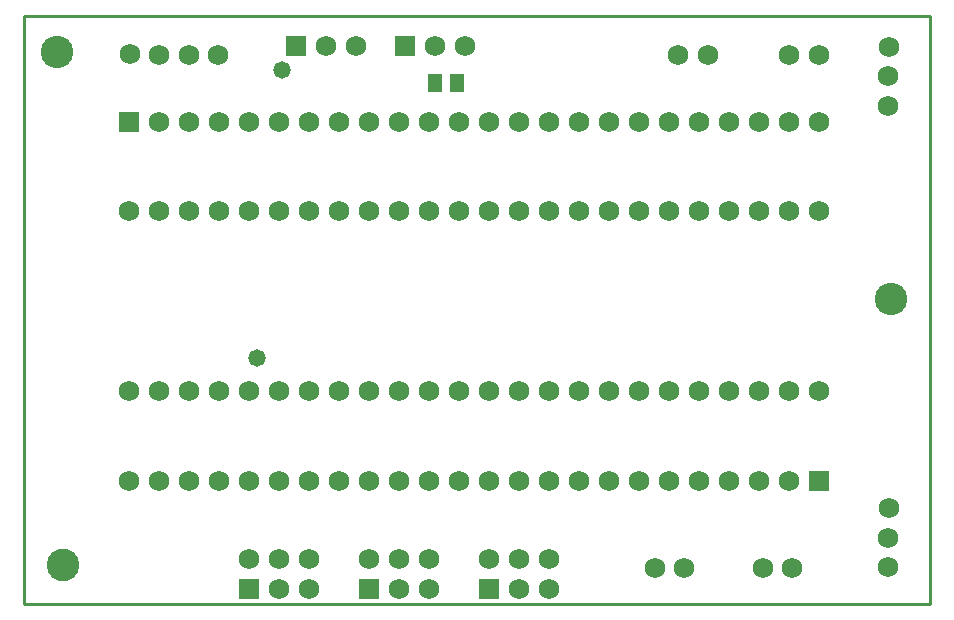
<source format=gts>
G04*
G04 #@! TF.GenerationSoftware,Altium Limited,Altium Designer,19.1.8 (144)*
G04*
G04 Layer_Color=8388736*
%FSLAX25Y25*%
%MOIN*%
G70*
G01*
G75*
%ADD11C,0.01000*%
%ADD13R,0.04934X0.06312*%
%ADD14C,0.06800*%
%ADD15R,0.06800X0.06800*%
%ADD16C,0.10800*%
%ADD17O,0.10800X0.10848*%
%ADD18C,0.05800*%
D11*
X1000Y9000D02*
X303000D01*
X303000Y205000D02*
X303000Y9000D01*
X1000Y205000D02*
X303000D01*
X1000D02*
X1000Y9000D01*
D13*
X138000Y182500D02*
D03*
X145283D02*
D03*
D14*
X289000Y21158D02*
D03*
Y31000D02*
D03*
X289394Y40843D02*
D03*
Y194685D02*
D03*
X289000Y184843D02*
D03*
Y175000D02*
D03*
X265843Y192000D02*
D03*
X256000D02*
D03*
X211157Y21000D02*
D03*
X221000D02*
D03*
X56000Y80000D02*
D03*
X76000D02*
D03*
X66000D02*
D03*
X46000D02*
D03*
X36000D02*
D03*
X106000D02*
D03*
X96000D02*
D03*
X86000D02*
D03*
X126000D02*
D03*
X116000D02*
D03*
X46000Y140000D02*
D03*
X36000D02*
D03*
X66000D02*
D03*
X56000D02*
D03*
X86000D02*
D03*
X76000D02*
D03*
X106000D02*
D03*
X96000D02*
D03*
X126000D02*
D03*
X116000D02*
D03*
X176000Y80000D02*
D03*
X196000D02*
D03*
X186000D02*
D03*
X146000D02*
D03*
X136000D02*
D03*
X166000D02*
D03*
X156000D02*
D03*
X216000D02*
D03*
X206000D02*
D03*
X236000D02*
D03*
X226000D02*
D03*
X266000D02*
D03*
X246000D02*
D03*
X176000Y140000D02*
D03*
X196000D02*
D03*
X186000D02*
D03*
X146000D02*
D03*
X136000D02*
D03*
X166000D02*
D03*
X156000D02*
D03*
X216000D02*
D03*
X206000D02*
D03*
X256000Y80000D02*
D03*
X226000Y140000D02*
D03*
X246000D02*
D03*
X236000D02*
D03*
X266000D02*
D03*
X256000D02*
D03*
X219000Y192000D02*
D03*
X228842D02*
D03*
X65685D02*
D03*
X55843D02*
D03*
X46000D02*
D03*
X36158Y192394D02*
D03*
X257000Y21000D02*
D03*
X247158D02*
D03*
X256000Y169500D02*
D03*
X246000D02*
D03*
X236000D02*
D03*
X226000D02*
D03*
X186000D02*
D03*
X196000D02*
D03*
X206000D02*
D03*
X216000D02*
D03*
X146000D02*
D03*
X156000D02*
D03*
X166000D02*
D03*
X176000D02*
D03*
X106000D02*
D03*
X116000D02*
D03*
X126000D02*
D03*
X136000D02*
D03*
X66000D02*
D03*
X56000D02*
D03*
X46000D02*
D03*
X96000D02*
D03*
X86000D02*
D03*
X76000D02*
D03*
X266000D02*
D03*
X138000Y195000D02*
D03*
X148000D02*
D03*
X101500D02*
D03*
X111500D02*
D03*
X46000Y50000D02*
D03*
X56000D02*
D03*
X66000D02*
D03*
X76000D02*
D03*
X116000D02*
D03*
X106000D02*
D03*
X96000D02*
D03*
X86000D02*
D03*
X156000D02*
D03*
X146000D02*
D03*
X136000D02*
D03*
X126000D02*
D03*
X196000D02*
D03*
X186000D02*
D03*
X176000D02*
D03*
X166000D02*
D03*
X236000D02*
D03*
X246000D02*
D03*
X256000D02*
D03*
X206000D02*
D03*
X216000D02*
D03*
X226000D02*
D03*
X36000D02*
D03*
X166000Y14000D02*
D03*
X176000D02*
D03*
X156000Y24000D02*
D03*
X166000D02*
D03*
X176000D02*
D03*
X86000Y14000D02*
D03*
X96000D02*
D03*
X76000Y24000D02*
D03*
X86000D02*
D03*
X96000D02*
D03*
X126000Y14000D02*
D03*
X136000D02*
D03*
X116000Y24000D02*
D03*
X126000D02*
D03*
X136000D02*
D03*
D15*
X36000Y169500D02*
D03*
X128000Y195000D02*
D03*
X91500D02*
D03*
X266000Y50000D02*
D03*
X156000Y14000D02*
D03*
X76000D02*
D03*
X116000D02*
D03*
D16*
X12000Y193000D02*
D03*
X290000Y110500D02*
D03*
D17*
X14000Y22000D02*
D03*
D18*
X87000Y187000D02*
D03*
X78500Y91000D02*
D03*
M02*

</source>
